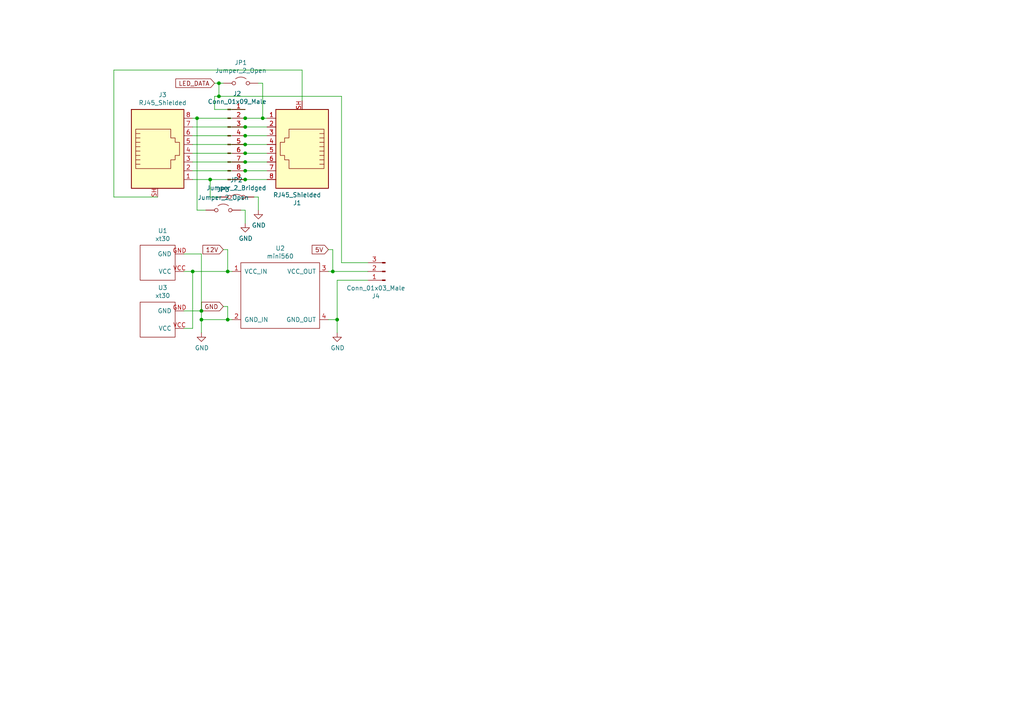
<source format=kicad_sch>
(kicad_sch (version 20231120) (generator "eeschema") (generator_version "8.0")
  (paper "A4")
  (lib_symbols
    (symbol "Connector:RJ45_Shielded" (pin_names (offset 1.016))
      (property "Reference" "J" (at -5.08 13.97 0))
      (property "Value" "RJ45_Shielded" (at 2.54 13.97 0))
      (symbol "RJ45_Shielded_0_1"
        (polyline (pts (xy -5.08 4.445) (xy -6.35 4.445)))
        (polyline (pts (xy -5.08 5.715) (xy -6.35 5.715)))
        (polyline (pts (xy -6.35 -3.175) (xy -5.08 -3.175) (xy -5.08 -3.175)))
        (polyline (pts (xy -6.35 -1.905) (xy -5.08 -1.905) (xy -5.08 -1.905)))
        (polyline (pts (xy -6.35 -0.635) (xy -5.08 -0.635) (xy -5.08 -0.635)))
        (polyline (pts (xy -6.35 0.635) (xy -5.08 0.635) (xy -5.08 0.635)))
        (polyline (pts (xy -6.35 1.905) (xy -5.08 1.905) (xy -5.08 1.905)))
        (polyline (pts (xy -5.08 3.175) (xy -6.35 3.175) (xy -6.35 3.175)))
        (polyline (pts (xy -6.35 -4.445) (xy -6.35 6.985) (xy 3.81 6.985) (xy 3.81 4.445) (xy 5.08 4.445) (xy 5.08 3.175) (xy 6.35 3.175) (xy 6.35 -0.635) (xy 5.08 -0.635) (xy 5.08 -1.905) (xy 3.81 -1.905) (xy 3.81 -4.445) (xy -6.35 -4.445) (xy -6.35 -4.445)))
        (rectangle (start 7.62 12.7) (end -7.62 -10.16) (stroke (width 0.254)) (fill (type background)))
      )
      (symbol "RJ45_Shielded_1_1"
        (pin passive line (at 10.16 -7.62 180) (length 2.54) (name "~") (number "1"))
        (pin passive line (at 10.16 -5.08 180) (length 2.54) (name "~") (number "2"))
        (pin passive line (at 10.16 -2.54 180) (length 2.54) (name "~") (number "3"))
        (pin passive line (at 10.16 0 180) (length 2.54) (name "~") (number "4"))
        (pin passive line (at 10.16 2.54 180) (length 2.54) (name "~") (number "5"))
        (pin passive line (at 10.16 5.08 180) (length 2.54) (name "~") (number "6"))
        (pin passive line (at 10.16 7.62 180) (length 2.54) (name "~") (number "7"))
        (pin passive line (at 10.16 10.16 180) (length 2.54) (name "~") (number "8"))
        (pin passive line (at 0 -12.7 90) (length 2.54) (name "~") (number "SH"))
      )
    )
    (symbol "Jumper:Jumper_2_Bridged" (pin_numbers hide) (pin_names (offset 0) hide) (exclude_from_sim yes)
      (property "Reference" "JP" (at 0 1.905 0))
      (property "Value" "Jumper_2_Bridged" (at 0 -2.54 0))
      (symbol "Jumper_2_Bridged_0_0"
        (circle (center -2.032 0) (radius 0.508))
        (circle (center 2.032 0) (radius 0.508))
      )
      (symbol "Jumper_2_Bridged_0_1"
        (arc (start 1.524 0.254) (mid 0 0.762) (end -1.524 0.254))
      )
      (symbol "Jumper_2_Bridged_1_1"
        (pin passive line (at -5.08 0 0) (length 2.54) (name "A") (number "1"))
        (pin passive line (at 5.08 0 180) (length 2.54) (name "B") (number "2"))
      )
    )
    (symbol "Jumper:Jumper_2_Open" (pin_numbers hide) (pin_names (offset 0) hide) (exclude_from_sim yes)
      (property "Reference" "JP" (at 0 2.794 0))
      (property "Value" "Jumper_2_Open" (at 0 -2.286 0))
      (symbol "Jumper_2_Open_0_0"
        (circle (center -2.032 0) (radius 0.508))
        (circle (center 2.032 0) (radius 0.508))
      )
      (symbol "Jumper_2_Open_0_1"
        (arc (start 1.524 1.27) (mid 0 1.778) (end -1.524 1.27))
      )
      (symbol "Jumper_2_Open_1_1"
        (pin passive line (at -5.08 0 0) (length 2.54) (name "A") (number "1"))
        (pin passive line (at 5.08 0 180) (length 2.54) (name "B") (number "2"))
      )
    )
    (symbol "dcdc:mini560" (pin_names (offset 1.016))
      (property "Reference" "U" (at 0 0 0))
      (property "Value" "mini560" (at 0 0 0))
      (symbol "mini560_0_1"
        (rectangle (start -11.43 10.16) (end 11.43 -8.89))
      )
      (symbol "mini560_1_1"
        (pin power_in line (at -13.97 7.62 0) (length 2.54) (name "VCC_IN") (number "1"))
        (pin power_in line (at -13.97 -6.35 0) (length 2.54) (name "GND_IN") (number "2"))
        (pin power_in line (at 13.97 7.62 180) (length 2.54) (name "VCC_OUT") (number "3"))
        (pin power_out line (at 13.97 -6.35 180) (length 2.54) (name "GND_OUT") (number "4"))
      )
    )
    (symbol "distr-rescue:Conn_01x03_Male-Connector" (pin_names (offset 1.016) hide)
      (property "Reference" "J" (at 0 5.08 0))
      (property "Value" "Connector_Conn_01x03_Male" (at 0 -5.08 0))
      (symbol "Conn_01x03_Male-Connector_1_1"
        (polyline (pts (xy 1.27 -2.54) (xy 0.8636 -2.54)) (stroke (width 0.1524)))
        (polyline (pts (xy 1.27 0) (xy 0.8636 0)) (stroke (width 0.1524)))
        (polyline (pts (xy 1.27 2.54) (xy 0.8636 2.54)) (stroke (width 0.1524)))
        (rectangle (start 0.8636 -2.413) (end 0 -2.667) (stroke (width 0.1524)) (fill (type outline)))
        (rectangle (start 0.8636 0.127) (end 0 -0.127) (stroke (width 0.1524)) (fill (type outline)))
        (rectangle (start 0.8636 2.667) (end 0 2.413) (stroke (width 0.1524)) (fill (type outline)))
        (pin passive line (at 5.08 2.54 180) (length 3.81) (name "Pin_1") (number "1"))
        (pin passive line (at 5.08 0 180) (length 3.81) (name "Pin_2") (number "2"))
        (pin passive line (at 5.08 -2.54 180) (length 3.81) (name "Pin_3") (number "3"))
      )
    )
    (symbol "distr-rescue:Conn_01x09_Male-Connector" (pin_names (offset 1.016) hide)
      (property "Reference" "J" (at 0 12.7 0))
      (property "Value" "Connector_Conn_01x09_Male" (at 0 -12.7 0))
      (symbol "Conn_01x09_Male-Connector_1_1"
        (polyline (pts (xy 1.27 -10.16) (xy 0.8636 -10.16)) (stroke (width 0.1524)))
        (polyline (pts (xy 1.27 -7.62) (xy 0.8636 -7.62)) (stroke (width 0.1524)))
        (polyline (pts (xy 1.27 -5.08) (xy 0.8636 -5.08)) (stroke (width 0.1524)))
        (polyline (pts (xy 1.27 -2.54) (xy 0.8636 -2.54)) (stroke (width 0.1524)))
        (polyline (pts (xy 1.27 0) (xy 0.8636 0)) (stroke (width 0.1524)))
        (polyline (pts (xy 1.27 2.54) (xy 0.8636 2.54)) (stroke (width 0.1524)))
        (polyline (pts (xy 1.27 5.08) (xy 0.8636 5.08)) (stroke (width 0.1524)))
        (polyline (pts (xy 1.27 7.62) (xy 0.8636 7.62)) (stroke (width 0.1524)))
        (polyline (pts (xy 1.27 10.16) (xy 0.8636 10.16)) (stroke (width 0.1524)))
        (rectangle (start 0.8636 -10.033) (end 0 -10.287) (stroke (width 0.1524)) (fill (type outline)))
        (rectangle (start 0.8636 -7.493) (end 0 -7.747) (stroke (width 0.1524)) (fill (type outline)))
        (rectangle (start 0.8636 -4.953) (end 0 -5.207) (stroke (width 0.1524)) (fill (type outline)))
        (rectangle (start 0.8636 -2.413) (end 0 -2.667) (stroke (width 0.1524)) (fill (type outline)))
        (rectangle (start 0.8636 0.127) (end 0 -0.127) (stroke (width 0.1524)) (fill (type outline)))
        (rectangle (start 0.8636 2.667) (end 0 2.413) (stroke (width 0.1524)) (fill (type outline)))
        (rectangle (start 0.8636 5.207) (end 0 4.953) (stroke (width 0.1524)) (fill (type outline)))
        (rectangle (start 0.8636 7.747) (end 0 7.493) (stroke (width 0.1524)) (fill (type outline)))
        (rectangle (start 0.8636 10.287) (end 0 10.033) (stroke (width 0.1524)) (fill (type outline)))
        (pin passive line (at 5.08 10.16 180) (length 3.81) (name "Pin_1") (number "1"))
        (pin passive line (at 5.08 7.62 180) (length 3.81) (name "Pin_2") (number "2"))
        (pin passive line (at 5.08 5.08 180) (length 3.81) (name "Pin_3") (number "3"))
        (pin passive line (at 5.08 2.54 180) (length 3.81) (name "Pin_4") (number "4"))
        (pin passive line (at 5.08 0 180) (length 3.81) (name "Pin_5") (number "5"))
        (pin passive line (at 5.08 -2.54 180) (length 3.81) (name "Pin_6") (number "6"))
        (pin passive line (at 5.08 -5.08 180) (length 3.81) (name "Pin_7") (number "7"))
        (pin passive line (at 5.08 -7.62 180) (length 3.81) (name "Pin_8") (number "8"))
        (pin passive line (at 5.08 -10.16 180) (length 3.81) (name "Pin_9") (number "9"))
      )
    )
    (symbol "distr-rescue:GND-power" (power) (pin_names (offset 0))
      (property "Value" "power_GND" (at 0 -3.81 0))
      (symbol "GND-power_0_1"
        (polyline (pts (xy 0 0) (xy 0 -1.27) (xy 1.27 -1.27) (xy 0 -2.54) (xy -1.27 -1.27) (xy 0 -1.27)))
      )
      (symbol "GND-power_1_1"
        (pin power_in line (at 0 0 270) (length 0) hide (name "GND") (number "1"))
      )
    )
    (symbol "power_connector:xt30" (pin_names (offset 1.016))
      (property "Reference" "U" (at 0 -6.35 0))
      (property "Value" "xt30" (at 0 0 0))
      (symbol "xt30_0_1"
        (rectangle (start -5.08 5.08) (end 5.08 -5.08))
      )
      (symbol "xt30_1_1"
        (pin power_out line (at -7.62 -2.54 0) (length 2.54) (name "GND") (number "GND"))
        (pin power_out line (at -7.62 2.54 0) (length 2.54) (name "VCC") (number "VCC"))
      )
    )
  )
  (junction (at 71.12 36.83))
  (junction (at 76.2 34.29))
  (junction (at 71.12 52.07))
  (junction (at 71.12 49.53))
  (junction (at 66.04 78.74))
  (junction (at 97.79 92.71))
  (junction (at 71.12 41.91))
  (junction (at 96.52 78.74))
  (junction (at 71.12 46.99))
  (junction (at 71.12 44.45))
  (junction (at 58.42 92.71))
  (junction (at 60.96 52.07))
  (junction (at 57.15 34.29))
  (junction (at 71.12 34.29))
  (junction (at 63.5 27.94))
  (junction (at 63.5 24.13))
  (junction (at 66.04 92.71))
  (junction (at 71.12 39.37))
  (junction (at 58.42 90.17))
  (junction (at 55.88 78.74))
  (wire (pts (xy 58.42 73.66) (xy 53.34 73.66)))
  (wire (pts (xy 33.02 20.32) (xy 33.02 57.15)))
  (wire (pts (xy 74.93 57.15) (xy 73.66 57.15)))
  (wire (pts (xy 66.04 72.39) (xy 66.04 78.74)))
  (wire (pts (xy 99.06 76.2) (xy 99.06 27.94)))
  (wire (pts (xy 55.88 44.45) (xy 71.12 44.45)))
  (wire (pts (xy 63.5 57.15) (xy 60.96 57.15)))
  (wire (pts (xy 60.96 57.15) (xy 60.96 52.07)))
  (wire (pts (xy 71.12 41.91) (xy 77.47 41.91)))
  (wire (pts (xy 57.15 34.29) (xy 55.88 34.29)))
  (wire (pts (xy 87.63 29.21) (xy 87.63 20.32)))
  (wire (pts (xy 96.52 72.39) (xy 96.52 78.74)))
  (wire (pts (xy 62.23 27.94) (xy 62.23 31.75)))
  (wire (pts (xy 71.12 34.29) (xy 57.15 34.29)))
  (wire (pts (xy 96.52 78.74) (xy 95.25 78.74)))
  (wire (pts (xy 71.12 46.99) (xy 77.47 46.99)))
  (wire (pts (xy 62.23 24.13) (xy 63.5 24.13)))
  (wire (pts (xy 71.12 34.29) (xy 76.2 34.29)))
  (wire (pts (xy 99.06 27.94) (xy 63.5 27.94)))
  (wire (pts (xy 71.12 64.77) (xy 71.12 60.96)))
  (wire (pts (xy 55.88 78.74) (xy 66.04 78.74)))
  (wire (pts (xy 59.69 60.96) (xy 57.15 60.96)))
  (wire (pts (xy 71.12 52.07) (xy 60.96 52.07)))
  (wire (pts (xy 58.42 96.52) (xy 58.42 92.71)))
  (wire (pts (xy 106.68 76.2) (xy 99.06 76.2)))
  (wire (pts (xy 76.2 24.13) (xy 76.2 34.29)))
  (wire (pts (xy 53.34 78.74) (xy 55.88 78.74)))
  (wire (pts (xy 77.47 44.45) (xy 71.12 44.45)))
  (wire (pts (xy 77.47 49.53) (xy 71.12 49.53)))
  (wire (pts (xy 71.12 41.91) (xy 55.88 41.91)))
  (wire (pts (xy 62.23 31.75) (xy 71.12 31.75)))
  (wire (pts (xy 95.25 92.71) (xy 97.79 92.71)))
  (wire (pts (xy 77.47 39.37) (xy 71.12 39.37)))
  (wire (pts (xy 55.88 49.53) (xy 71.12 49.53)))
  (wire (pts (xy 53.34 90.17) (xy 58.42 90.17)))
  (wire (pts (xy 58.42 73.66) (xy 58.42 90.17)))
  (wire (pts (xy 57.15 60.96) (xy 57.15 34.29)))
  (wire (pts (xy 74.93 60.96) (xy 74.93 57.15)))
  (wire (pts (xy 64.77 88.9) (xy 66.04 88.9)))
  (wire (pts (xy 66.04 78.74) (xy 67.31 78.74)))
  (wire (pts (xy 106.68 78.74) (xy 96.52 78.74)))
  (wire (pts (xy 63.5 24.13) (xy 63.5 27.94)))
  (wire (pts (xy 87.63 20.32) (xy 33.02 20.32)))
  (wire (pts (xy 71.12 36.83) (xy 77.47 36.83)))
  (wire (pts (xy 33.02 57.15) (xy 45.72 57.15)))
  (wire (pts (xy 66.04 88.9) (xy 66.04 92.71)))
  (wire (pts (xy 55.88 95.25) (xy 53.34 95.25)))
  (wire (pts (xy 71.12 46.99) (xy 55.88 46.99)))
  (wire (pts (xy 58.42 90.17) (xy 58.42 92.71)))
  (wire (pts (xy 67.31 92.71) (xy 66.04 92.71)))
  (wire (pts (xy 55.88 78.74) (xy 55.88 95.25)))
  (wire (pts (xy 74.93 24.13) (xy 76.2 24.13)))
  (wire (pts (xy 66.04 92.71) (xy 58.42 92.71)))
  (wire (pts (xy 97.79 81.28) (xy 106.68 81.28)))
  (wire (pts (xy 63.5 27.94) (xy 62.23 27.94)))
  (wire (pts (xy 71.12 60.96) (xy 69.85 60.96)))
  (wire (pts (xy 64.77 72.39) (xy 66.04 72.39)))
  (wire (pts (xy 71.12 36.83) (xy 55.88 36.83)))
  (wire (pts (xy 63.5 24.13) (xy 64.77 24.13)))
  (wire (pts (xy 95.25 72.39) (xy 96.52 72.39)))
  (wire (pts (xy 97.79 92.71) (xy 97.79 81.28)))
  (wire (pts (xy 55.88 52.07) (xy 60.96 52.07)))
  (wire (pts (xy 76.2 34.29) (xy 77.47 34.29)))
  (wire (pts (xy 55.88 39.37) (xy 71.12 39.37)))
  (wire (pts (xy 97.79 96.52) (xy 97.79 92.71)))
  (wire (pts (xy 71.12 52.07) (xy 77.47 52.07)))
  (global_label "LED_DATA" (shape input) (at 62.23 24.13 180) (property "Intersheetrefs" "${INTERSHEET_REFS}" (effects (hide yes))))
  (global_label "GND" (shape input) (at 64.77 88.9 180) (property "Intersheetrefs" "${INTERSHEET_REFS}" (effects (hide yes))))
  (global_label "12V" (shape input) (at 64.77 72.39 180) (property "Intersheetrefs" "${INTERSHEET_REFS}" (effects (hide yes))))
  (global_label "5V" (shape input) (at 95.25 72.39 180) (property "Intersheetrefs" "${INTERSHEET_REFS}" (effects (hide yes))))
  (symbol (lib_id "Connector:RJ45_Shielded") (at 87.63 41.91 180) (unit 1)
    (property "Reference" "J1" (at 86.1822 58.8518 0))
    (property "Value" "RJ45_Shielded" (at 86.1822 56.5404 0))
    (property "Footprint" "footprints:HC-RJ45-055-7" (effects (hide yes)))
  )
  (symbol (lib_id "power_connector:xt30") (at 45.72 76.2 180) (unit 1)
    (property "Reference" "U1" (at 47.1932 66.929 0))
    (property "Value" "xt30" (at 47.1932 69.2404 0))
    (property "Footprint" "footprints:xt30-PW-F_banana" (effects (hide yes)))
  )
  (symbol (lib_id "dcdc:mini560") (at 81.28 86.36 0) (unit 1)
    (property "Reference" "U2" (at 81.28 72.009 0))
    (property "Value" "mini560" (at 81.28 74.3204 0))
    (property "Footprint" "footprints:mini560" (effects (hide yes)))
  )
  (symbol (lib_id "distr-rescue:Conn_01x09_Male-Connector") (at 66.04 41.91 0) (unit 1)
    (property "Reference" "J2" (at 68.7832 27.1526 0))
    (property "Value" "Conn_01x09_Male" (at 68.7832 29.464 0))
    (property "Footprint" "Connector_PinHeader_2.54mm:PinHeader_1x09_P2.54mm_Vertical" (effects (hide yes)))
  )
  (symbol (lib_id "distr-rescue:Conn_01x03_Male-Connector") (at 111.76 78.74 180) (unit 1)
    (property "Reference" "J4" (at 109.0168 85.8774 0))
    (property "Value" "Conn_01x03_Male" (at 109.0168 83.566 0))
    (property "Footprint" "Connector_PinHeader_2.54mm:PinHeader_1x03_P2.54mm_Vertical" (effects (hide yes)))
  )
  (symbol (lib_id "distr-rescue:GND-power") (at 74.93 60.96 0) (unit 1)
    (property "Reference" "#PWR0101" (effects (hide yes)))
    (property "Value" "GND" (at 75.057 65.3542 0))
  )
  (symbol (lib_id "distr-rescue:GND-power") (at 58.42 96.52 0) (unit 1)
    (property "Reference" "#PWR0102" (effects (hide yes)))
    (property "Value" "GND" (at 58.547 100.9142 0))
  )
  (symbol (lib_id "distr-rescue:GND-power") (at 97.79 96.52 0) (unit 1)
    (property "Reference" "#PWR0103" (effects (hide yes)))
    (property "Value" "GND" (at 97.917 100.9142 0))
  )
  (symbol (lib_id "Jumper:Jumper_2_Bridged") (at 68.58 57.15 0) (unit 1)
    (property "Reference" "JP2" (at 68.58 52.197 0))
    (property "Value" "Jumper_2_Bridged" (at 68.58 54.5084 0))
    (property "Footprint" "Jumper:SolderJumper-2_P1.3mm_Bridged_RoundedPad1.0x1.5mm" (effects (hide yes)))
  )
  (symbol (lib_id "power_connector:xt30") (at 45.72 92.71 180) (unit 1)
    (property "Reference" "U3" (at 47.1932 83.439 0))
    (property "Value" "xt30" (at 47.1932 85.7504 0))
    (property "Footprint" "footprints:xt30-PW-M_banana" (effects (hide yes)))
  )
  (symbol (lib_id "distr-rescue:GND-power") (at 71.12 64.77 0) (unit 1)
    (property "Reference" "#PWR0104" (effects (hide yes)))
    (property "Value" "GND" (at 71.247 69.1642 0))
  )
  (symbol (lib_id "Connector:RJ45_Shielded") (at 45.72 44.45 0) (unit 1)
    (property "Reference" "J3" (at 47.1678 27.5082 0))
    (property "Value" "RJ45_Shielded" (at 47.1678 29.8196 0))
    (property "Footprint" "footprints:HC-RJ45-055-7" (effects (hide yes)))
  )
  (symbol (lib_id "Jumper:Jumper_2_Open") (at 64.77 60.96 0) (unit 1)
    (property "Reference" "JP3" (at 64.77 54.991 0))
    (property "Value" "Jumper_2_Open" (at 64.77 57.3024 0))
    (property "Footprint" "Jumper:SolderJumper-2_P1.3mm_Open_RoundedPad1.0x1.5mm" (effects (hide yes)))
  )
  (symbol (lib_id "Jumper:Jumper_2_Open") (at 69.85 24.13 0) (unit 1)
    (property "Reference" "JP1" (at 69.85 18.161 0))
    (property "Value" "Jumper_2_Open" (at 69.85 20.4724 0))
    (property "Footprint" "Jumper:SolderJumper-2_P1.3mm_Open_TrianglePad1.0x1.5mm" (effects (hide yes)))
  )
)
</source>
